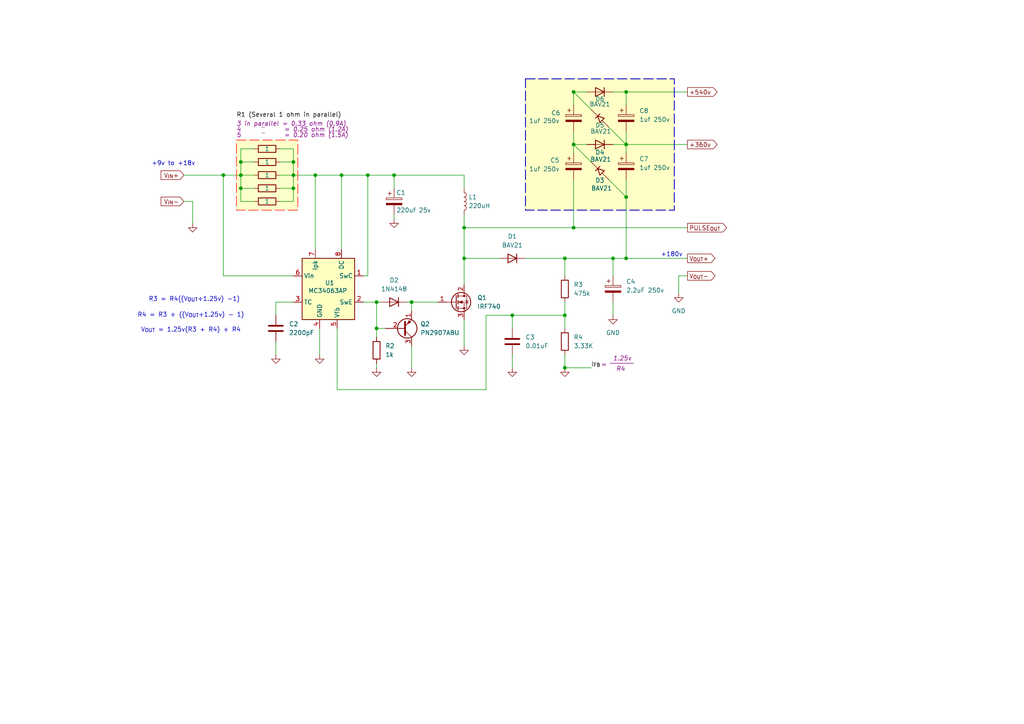
<source format=kicad_sch>
(kicad_sch (version 20231120) (generator "eeschema") (generator_version "8.0")
  (paper "A4")
  (lib_symbols
    (symbol "Device:C" (pin_numbers hide) (pin_names (offset 0.254))
      (property "Reference" "C" (at 0.635 2.54 0))
      (property "Value" "C" (at 0.635 -2.54 0))
      (symbol "C_0_1"
        (polyline (pts (xy -2.032 -0.762) (xy 2.032 -0.762)) (stroke (width 0.508)))
        (polyline (pts (xy -2.032 0.762) (xy 2.032 0.762)) (stroke (width 0.508)))
      )
      (symbol "C_1_1"
        (pin passive line (at 0 3.81 270) (length 2.794) (name "~") (number "1"))
        (pin passive line (at 0 -3.81 90) (length 2.794) (name "~") (number "2"))
      )
    )
    (symbol "Device:C_Polarized" (pin_numbers hide) (pin_names (offset 0.254))
      (property "Reference" "C" (at 0.635 2.54 0))
      (property "Value" "C_Polarized" (at 0.635 -2.54 0))
      (symbol "C_Polarized_0_1"
        (rectangle (start -2.286 0.508) (end 2.286 1.016))
        (polyline (pts (xy -1.778 2.286) (xy -0.762 2.286)))
        (polyline (pts (xy -1.27 2.794) (xy -1.27 1.778)))
        (rectangle (start 2.286 -0.508) (end -2.286 -1.016) (fill (type outline)))
      )
      (symbol "C_Polarized_1_1"
        (pin passive line (at 0 3.81 270) (length 2.794) (name "~") (number "1"))
        (pin passive line (at 0 -3.81 90) (length 2.794) (name "~") (number "2"))
      )
    )
    (symbol "Device:D" (pin_numbers hide) (pin_names (offset 1.016) hide)
      (property "Reference" "D" (at 0 2.54 0))
      (property "Value" "D" (at 0 -2.54 0))
      (symbol "D_0_1"
        (polyline (pts (xy -1.27 1.27) (xy -1.27 -1.27)) (stroke (width 0.254)))
        (polyline (pts (xy 1.27 0) (xy -1.27 0)))
        (polyline (pts (xy 1.27 1.27) (xy 1.27 -1.27) (xy -1.27 0) (xy 1.27 1.27)) (stroke (width 0.254)))
      )
      (symbol "D_1_1"
        (pin passive line (at -3.81 0 0) (length 2.54) (name "K") (number "1"))
        (pin passive line (at 3.81 0 180) (length 2.54) (name "A") (number "2"))
      )
    )
    (symbol "Device:D_45deg" (pin_numbers hide) (pin_names (offset 0) hide)
      (property "Reference" "D" (at 1.27 2.54 0))
      (property "Value" "D_45deg" (at 1.27 0 0))
      (symbol "D_45deg_0_1"
        (polyline (pts (xy -0.635 0.635) (xy -2.54 2.54)))
        (polyline (pts (xy 0 -1.27) (xy 1.27 0)) (stroke (width 0.254)))
        (polyline (pts (xy 2.54 -2.54) (xy 0.635 -0.635)))
        (polyline (pts (xy -1.27 0) (xy 0 1.27) (xy 0.635 -0.635) (xy -1.27 0)) (stroke (width 0.254)))
      )
      (symbol "D_45deg_1_1"
        (pin passive line (at 2.54 -2.54 180) (length 0) (name "K") (number "1"))
        (pin passive line (at -2.54 2.54 0) (length 0) (name "A") (number "2"))
      )
    )
    (symbol "Device:L" (pin_numbers hide) (pin_names (offset 1.016) hide)
      (property "Reference" "L" (at -1.27 0 90))
      (property "Value" "L" (at 1.905 0 90))
      (symbol "L_0_1"
        (arc (start 0 -2.54) (mid 0.6323 -1.905) (end 0 -1.27))
        (arc (start 0 -1.27) (mid 0.6323 -0.635) (end 0 0))
        (arc (start 0 0) (mid 0.6323 0.635) (end 0 1.27))
        (arc (start 0 1.27) (mid 0.6323 1.905) (end 0 2.54))
      )
      (symbol "L_1_1"
        (pin passive line (at 0 3.81 270) (length 1.27) (name "1") (number "1"))
        (pin passive line (at 0 -3.81 90) (length 1.27) (name "2") (number "2"))
      )
    )
    (symbol "Device:Q_PNP_EBC" (pin_names (offset 0) hide)
      (property "Reference" "Q" (at 5.08 1.27 0))
      (property "Value" "Q_PNP_EBC" (at 5.08 -1.27 0))
      (symbol "Q_PNP_EBC_0_1"
        (polyline (pts (xy 0.635 0.635) (xy 2.54 2.54)))
        (polyline (pts (xy 0.635 -0.635) (xy 2.54 -2.54) (xy 2.54 -2.54)))
        (polyline (pts (xy 0.635 1.905) (xy 0.635 -1.905) (xy 0.635 -1.905)) (stroke (width 0.508)))
        (polyline (pts (xy 2.286 -1.778) (xy 1.778 -2.286) (xy 1.27 -1.27) (xy 2.286 -1.778) (xy 2.286 -1.778)) (fill (type outline)))
        (circle (center 1.27 0) (radius 2.8194) (stroke (width 0.254)))
      )
      (symbol "Q_PNP_EBC_1_1"
        (pin passive line (at 2.54 -5.08 90) (length 2.54) (name "E") (number "1"))
        (pin input line (at -5.08 0 0) (length 5.715) (name "B") (number "2"))
        (pin passive line (at 2.54 5.08 270) (length 2.54) (name "C") (number "3"))
      )
    )
    (symbol "Device:R" (pin_numbers hide) (pin_names (offset 0))
      (property "Reference" "R" (at 2.032 0 90))
      (property "Value" "R" (at 0 0 90))
      (symbol "R_0_1"
        (rectangle (start -1.016 -2.54) (end 1.016 2.54) (stroke (width 0.254)))
      )
      (symbol "R_1_1"
        (pin passive line (at 0 3.81 270) (length 1.27) (name "~") (number "1"))
        (pin passive line (at 0 -3.81 90) (length 1.27) (name "~") (number "2"))
      )
    )
    (symbol "Diode:1N4148" (pin_numbers hide) (pin_names hide)
      (property "Reference" "D" (at 0 2.54 0))
      (property "Value" "1N4148" (at 0 -2.54 0))
      (symbol "1N4148_0_1"
        (polyline (pts (xy -1.27 1.27) (xy -1.27 -1.27)) (stroke (width 0.254)))
        (polyline (pts (xy 1.27 0) (xy -1.27 0)))
        (polyline (pts (xy 1.27 1.27) (xy 1.27 -1.27) (xy -1.27 0) (xy 1.27 1.27)) (stroke (width 0.254)))
      )
      (symbol "1N4148_1_1"
        (pin passive line (at -3.81 0 0) (length 2.54) (name "K") (number "1"))
        (pin passive line (at 3.81 0 180) (length 2.54) (name "A") (number "2"))
      )
    )
    (symbol "Diode:BAV21" (pin_numbers hide) (pin_names hide)
      (property "Reference" "D" (at 0 2.54 0))
      (property "Value" "BAV21" (at 0 -2.54 0))
      (symbol "BAV21_0_1"
        (polyline (pts (xy -1.27 1.27) (xy -1.27 -1.27)) (stroke (width 0.254)))
        (polyline (pts (xy 1.27 0) (xy -1.27 0)))
        (polyline (pts (xy 1.27 1.27) (xy 1.27 -1.27) (xy -1.27 0) (xy 1.27 1.27)) (stroke (width 0.254)))
      )
      (symbol "BAV21_1_1"
        (pin passive line (at -3.81 0 0) (length 2.54) (name "K") (number "1"))
        (pin passive line (at 3.81 0 180) (length 2.54) (name "A") (number "2"))
      )
    )
    (symbol "MC34063AP_1"
      (property "Reference" "U1" (at -1.016 0.508 0))
      (property "Value" "MC34063AP" (at -5.842 -1.778 0))
      (symbol "MC34063AP_1_0_1"
        (rectangle (start -7.62 7.62) (end 7.62 -10.16) (stroke (width 0.254)) (fill (type background)))
      )
      (symbol "MC34063AP_1_1_1"
        (pin open_collector line (at 10.16 2.54 180) (length 2.54) (name "SwC") (number "1"))
        (pin open_emitter line (at 10.16 -5.08 180) (length 2.54) (name "SwE") (number "2"))
        (pin passive line (at -10.16 -5.08 0) (length 2.54) (name "TC") (number "3"))
        (pin power_in line (at -2.54 -12.7 90) (length 2.54) (name "GND") (number "4"))
        (pin input line (at 2.54 -12.7 90) (length 2.54) (name "Vfb") (number "5"))
        (pin power_in line (at -10.16 2.54 0) (length 2.54) (name "Vin") (number "6"))
        (pin input line (at -3.81 10.16 270) (length 2.54) (name "Ipk") (number "7"))
        (pin open_collector line (at 3.81 10.16 270) (length 2.54) (name "DC") (number "8"))
      )
    )
    (symbol "Transistor_FET:IRF740" (pin_names hide)
      (property "Reference" "Q" (at 5.08 1.905 0))
      (property "Value" "IRF740" (at 5.08 0 0))
      (symbol "IRF740_0_1"
        (polyline (pts (xy 0.254 0) (xy -2.54 0)))
        (polyline (pts (xy 0.254 1.905) (xy 0.254 -1.905)) (stroke (width 0.254)))
        (polyline (pts (xy 0.762 -1.27) (xy 0.762 -2.286)) (stroke (width 0.254)))
        (polyline (pts (xy 0.762 0.508) (xy 0.762 -0.508)) (stroke (width 0.254)))
        (polyline (pts (xy 0.762 2.286) (xy 0.762 1.27)) (stroke (width 0.254)))
        (polyline (pts (xy 2.54 2.54) (xy 2.54 1.778)))
        (polyline (pts (xy 2.54 -2.54) (xy 2.54 0) (xy 0.762 0)))
        (polyline (pts (xy 0.762 -1.778) (xy 3.302 -1.778) (xy 3.302 1.778) (xy 0.762 1.778)))
        (polyline (pts (xy 1.016 0) (xy 2.032 0.381) (xy 2.032 -0.381) (xy 1.016 0)) (fill (type outline)))
        (polyline (pts (xy 2.794 0.508) (xy 2.921 0.381) (xy 3.683 0.381) (xy 3.81 0.254)))
        (polyline (pts (xy 3.302 0.381) (xy 2.921 -0.254) (xy 3.683 -0.254) (xy 3.302 0.381)))
        (circle (center 1.651 0) (radius 2.794) (stroke (width 0.254)))
        (circle (center 2.54 -1.778) (radius 0.254) (fill (type outline)))
        (circle (center 2.54 1.778) (radius 0.254) (fill (type outline)))
      )
      (symbol "IRF740_1_1"
        (pin input line (at -5.08 0 0) (length 2.54) (name "G") (number "1"))
        (pin passive line (at 2.54 5.08 270) (length 2.54) (name "D") (number "2"))
        (pin passive line (at 2.54 -5.08 90) (length 2.54) (name "S") (number "3"))
      )
    )
    (symbol "power:GND" (power) (pin_numbers hide) (pin_names (offset 0) hide)
      (property "Value" "GND" (at 0 -3.81 0))
      (symbol "GND_0_1"
        (polyline (pts (xy 0 0) (xy 0 -1.27) (xy 1.27 -1.27) (xy 0 -2.54) (xy -1.27 -1.27) (xy 0 -1.27)))
      )
      (symbol "GND_1_1"
        (pin power_in line (at 0 0 270) (length 0) (name "~") (number "1"))
      )
    )
  )
  (junction (at 99.06 50.8))
  (junction (at 166.37 41.91))
  (junction (at 114.3 50.8))
  (junction (at 85.09 46.99))
  (junction (at 181.61 74.93))
  (junction (at 134.62 66.04))
  (junction (at 163.83 106.68))
  (junction (at 134.62 74.93))
  (junction (at 91.44 50.8))
  (junction (at 119.38 87.63))
  (junction (at 85.09 50.8))
  (junction (at 69.85 50.8))
  (junction (at 106.68 50.8))
  (junction (at 166.37 66.04))
  (junction (at 69.85 46.99))
  (junction (at 181.61 26.67))
  (junction (at 163.83 91.44))
  (junction (at 69.85 54.61))
  (junction (at 166.37 26.67))
  (junction (at 163.83 74.93))
  (junction (at 148.59 91.44))
  (junction (at 181.61 57.15))
  (junction (at 109.22 95.25))
  (junction (at 177.8 74.93))
  (junction (at 64.77 50.8))
  (junction (at 85.09 54.61))
  (junction (at 109.22 87.63))
  (junction (at 181.61 41.91))
  (wire (pts (xy 97.79 113.03) (xy 140.97 113.03)))
  (wire (pts (xy 92.71 95.25) (xy 92.71 102.87)))
  (wire (pts (xy 181.61 26.67) (xy 181.61 30.48)))
  (wire (pts (xy 134.62 50.8) (xy 134.62 54.61)))
  (wire (pts (xy 196.85 80.01) (xy 199.39 80.01)))
  (wire (pts (xy 166.37 26.67) (xy 170.18 26.67)))
  (wire (pts (xy 181.61 41.91) (xy 181.61 38.1)))
  (wire (pts (xy 134.62 74.93) (xy 134.62 82.55)))
  (wire (pts (xy 134.62 92.71) (xy 134.62 100.33)))
  (wire (pts (xy 99.06 50.8) (xy 99.06 72.39)))
  (wire (pts (xy 177.8 74.93) (xy 163.83 74.93)))
  (wire (pts (xy 80.01 99.06) (xy 80.01 102.87)))
  (wire (pts (xy 119.38 87.63) (xy 127 87.63)))
  (wire (pts (xy 181.61 57.15) (xy 176.53 52.07)))
  (wire (pts (xy 91.44 50.8) (xy 91.44 72.39)))
  (wire (pts (xy 105.41 80.01) (xy 106.68 80.01)))
  (wire (pts (xy 99.06 50.8) (xy 106.68 50.8)))
  (wire (pts (xy 69.85 43.18) (xy 73.66 43.18)))
  (wire (pts (xy 119.38 100.33) (xy 119.38 106.68)))
  (wire (pts (xy 91.44 50.8) (xy 99.06 50.8)))
  (wire (pts (xy 140.97 113.03) (xy 140.97 91.44)))
  (wire (pts (xy 85.09 58.42) (xy 81.28 58.42)))
  (wire (pts (xy 148.59 91.44) (xy 148.59 95.25)))
  (wire (pts (xy 109.22 95.25) (xy 111.76 95.25)))
  (wire (pts (xy 134.62 66.04) (xy 166.37 66.04)))
  (wire (pts (xy 140.97 91.44) (xy 148.59 91.44)))
  (wire (pts (xy 80.01 87.63) (xy 85.09 87.63)))
  (wire (pts (xy 181.61 57.15) (xy 181.61 74.93)))
  (wire (pts (xy 85.09 54.61) (xy 85.09 58.42)))
  (wire (pts (xy 171.45 31.75) (xy 166.37 26.67)))
  (wire (pts (xy 166.37 38.1) (xy 166.37 41.91)))
  (wire (pts (xy 85.09 43.18) (xy 85.09 46.99)))
  (wire (pts (xy 85.09 46.99) (xy 85.09 50.8)))
  (wire (pts (xy 69.85 43.18) (xy 69.85 46.99)))
  (wire (pts (xy 118.11 87.63) (xy 119.38 87.63)))
  (wire (pts (xy 163.83 102.87) (xy 163.83 106.68)))
  (wire (pts (xy 69.85 58.42) (xy 73.66 58.42)))
  (wire (pts (xy 181.61 52.07) (xy 181.61 57.15)))
  (wire (pts (xy 81.28 54.61) (xy 85.09 54.61)))
  (wire (pts (xy 105.41 87.63) (xy 109.22 87.63)))
  (wire (pts (xy 166.37 41.91) (xy 166.37 44.45)))
  (wire (pts (xy 181.61 74.93) (xy 199.39 74.93)))
  (wire (pts (xy 69.85 54.61) (xy 69.85 58.42)))
  (wire (pts (xy 85.09 50.8) (xy 81.28 50.8)))
  (wire (pts (xy 81.28 43.18) (xy 85.09 43.18)))
  (wire (pts (xy 69.85 46.99) (xy 73.66 46.99)))
  (wire (pts (xy 163.83 91.44) (xy 163.83 95.25)))
  (wire (pts (xy 53.34 58.42) (xy 55.88 58.42)))
  (wire (pts (xy 171.45 46.99) (xy 166.37 41.91)))
  (wire (pts (xy 148.59 91.44) (xy 163.83 91.44)))
  (wire (pts (xy 109.22 105.41) (xy 109.22 106.68)))
  (wire (pts (xy 64.77 50.8) (xy 69.85 50.8)))
  (wire (pts (xy 81.28 46.99) (xy 85.09 46.99)))
  (wire (pts (xy 134.62 62.23) (xy 134.62 66.04)))
  (wire (pts (xy 85.09 50.8) (xy 85.09 54.61)))
  (wire (pts (xy 85.09 50.8) (xy 91.44 50.8)))
  (wire (pts (xy 64.77 50.8) (xy 64.77 80.01)))
  (wire (pts (xy 53.34 50.8) (xy 64.77 50.8)))
  (wire (pts (xy 134.62 66.04) (xy 134.62 74.93)))
  (wire (pts (xy 177.8 74.93) (xy 181.61 74.93)))
  (wire (pts (xy 181.61 26.67) (xy 199.39 26.67)))
  (wire (pts (xy 177.8 41.91) (xy 181.61 41.91)))
  (wire (pts (xy 181.61 41.91) (xy 181.61 44.45)))
  (wire (pts (xy 106.68 50.8) (xy 114.3 50.8)))
  (wire (pts (xy 119.38 87.63) (xy 119.38 90.17)))
  (wire (pts (xy 176.53 36.83) (xy 181.61 41.91)))
  (wire (pts (xy 166.37 26.67) (xy 166.37 30.48)))
  (wire (pts (xy 163.83 106.68) (xy 171.45 106.68)))
  (wire (pts (xy 97.79 95.25) (xy 97.79 113.03)))
  (wire (pts (xy 64.77 80.01) (xy 85.09 80.01)))
  (wire (pts (xy 148.59 102.87) (xy 148.59 106.68)))
  (wire (pts (xy 152.4 74.93) (xy 163.83 74.93)))
  (wire (pts (xy 69.85 50.8) (xy 73.66 50.8)))
  (wire (pts (xy 163.83 74.93) (xy 163.83 80.01)))
  (wire (pts (xy 110.49 87.63) (xy 109.22 87.63)))
  (wire (pts (xy 177.8 80.01) (xy 177.8 74.93)))
  (wire (pts (xy 80.01 91.44) (xy 80.01 87.63)))
  (wire (pts (xy 166.37 66.04) (xy 199.39 66.04)))
  (wire (pts (xy 69.85 54.61) (xy 73.66 54.61)))
  (wire (pts (xy 163.83 91.44) (xy 163.83 87.63)))
  (wire (pts (xy 55.88 58.42) (xy 55.88 64.77)))
  (wire (pts (xy 177.8 87.63) (xy 177.8 91.44)))
  (wire (pts (xy 106.68 80.01) (xy 106.68 50.8)))
  (wire (pts (xy 166.37 41.91) (xy 170.18 41.91)))
  (wire (pts (xy 114.3 50.8) (xy 134.62 50.8)))
  (wire (pts (xy 134.62 74.93) (xy 144.78 74.93)))
  (wire (pts (xy 196.85 85.09) (xy 196.85 80.01)))
  (wire (pts (xy 166.37 52.07) (xy 166.37 66.04)))
  (wire (pts (xy 181.61 41.91) (xy 199.39 41.91)))
  (wire (pts (xy 69.85 50.8) (xy 69.85 54.61)))
  (wire (pts (xy 114.3 62.23) (xy 114.3 63.5)))
  (wire (pts (xy 69.85 50.8) (xy 69.85 46.99)))
  (wire (pts (xy 109.22 95.25) (xy 109.22 97.79)))
  (wire (pts (xy 114.3 50.8) (xy 114.3 54.61)))
  (wire (pts (xy 177.8 26.67) (xy 181.61 26.67)))
  (wire (pts (xy 109.22 87.63) (xy 109.22 95.25)))
  (rectangle (start 152.4 22.86) (end 195.58 60.96) (stroke (width 0.254) (type dash)) (fill (type color) (color 255 253 150 0.54)))
  (rectangle (start 68.58 40.64) (end 86.36 60.96) (stroke (width 0.254) (type dash) (color 255 83 62 1)) (fill (type color) (color 251 255 144 0.47)))
  (text "V_{OUT} = 1.25v(R3 + R4) ÷ R4" (at 55.372 95.758 0) (effects (font (size 1.27 1.27))))
  (text "R4 = R3 ÷ ((V_{OUT}÷1.25v) - 1)" (at 55.372 91.44 0) (effects (font (size 1.27 1.27))))
  (text "+9v to +18v" (at 50.292 47.498 0) (effects (font (size 1.27 1.27))))
  (text "+180v\n" (at 194.818 73.914 0) (effects (font (size 1.27 1.27))))
  (text " R3 = R4((V_{OUT}÷1.25v) -1)" (at 55.88 86.868 0) (effects (font (size 1.27 1.27))))
  (label "I_{FB}" (at 171.45 106.68 0) (property "Formula" "1.25v" (at 177.8 103.886 0) (effects (font (italic yes)) (justify left))) (property "Field" "=" (at 176.022 105.664 0) (effects (font (italic yes)) (justify right))) (property "Field" "R4" (at 181.356 106.934 0) (effects (font (italic yes)) (justify right))) (property "Field" "_______" (at 180.34 104.648 0) (effects (font (italic yes)))))
  (label "R1 (Several 1 ohm in parallel)" (at 68.58 34.29 0) (property "Field" "3 in parallel = 0.33 ohm (0.9A)" (at 68.58 35.814 0) (effects (font (italic yes)) (justify left))) (property "Field" "4      \"      = 0.25 ohm (1.2A)" (at 68.58 37.465 0) (effects (font (italic yes)) (justify left))) (property "Field" "5      \"      = 0.20 ohm (1.5A)" (at 68.58 39.116 0) (effects (font (italic yes)) (justify left))))
  (global_label "V_{OUT}-" (shape output) (at 199.39 80.01 0) (property "Intersheetrefs" "${INTERSHEET_REFS}" (effects (hide yes))))
  (global_label "PULSE_{OUT}" (shape output) (at 199.39 66.04 0) (property "Intersheetrefs" "${INTERSHEET_REFS}" (effects (hide yes))))
  (global_label "V_{IN}-" (shape input) (at 53.34 58.42 180) (property "Intersheetrefs" "${INTERSHEET_REFS}" (effects (hide yes))))
  (global_label "V_{OUT}+" (shape output) (at 199.39 74.93 0) (property "Intersheetrefs" "${INTERSHEET_REFS}" (effects (hide yes))))
  (global_label "V_{IN}+" (shape input) (at 53.34 50.8 180) (property "Intersheetrefs" "${INTERSHEET_REFS}" (effects (hide yes))))
  (global_label "+360v" (shape output) (at 199.39 41.91 0) (property "Intersheetrefs" "${INTERSHEET_REFS}" (effects (hide yes))))
  (global_label "+540v" (shape output) (at 199.39 26.67 0) (property "Intersheetrefs" "${INTERSHEET_REFS}" (effects (hide yes))))
  (symbol (lib_id "Diode:BAV21") (at 148.59 74.93 180) (unit 1)
    (property "Reference" "D1" (at 148.59 68.58 0))
    (property "Value" "BAV21" (at 148.59 71.12 0))
    (property "Footprint" "Diode_THT:D_DO-35_SOD27_P7.62mm_Horizontal" (effects (hide yes)))
    (property "Datasheet" "http://www.vishay.com/docs/85543/bav17.pdf" (effects (hide yes)))
    (property "Description" "200V 0.25A Small Signal Switching Diode, High Voltage, DO-35" (effects (hide yes)))
    (property "Sim.Device" "D" (effects (hide yes)))
    (property "Sim.Pins" "1=K 2=A" (effects (hide yes)))
  )
  (symbol (lib_id "Device:C_Polarized") (at 177.8 83.82 0) (unit 1)
    (property "Reference" "C4" (at 181.61 81.6609 0) (effects (justify left)))
    (property "Value" "2.2uF 250v" (at 181.61 84.2009 0) (effects (justify left)))
    (property "Footprint" "Capacitor_THT:CP_Radial_D10.0mm_P7.50mm" (effects (hide yes)))
    (property "Description" "Polarized capacitor" (effects (hide yes)))
  )
  (symbol (lib_id "Diode:1N4148") (at 114.3 87.63 180) (unit 1)
    (property "Reference" "D2" (at 114.3 81.28 0))
    (property "Value" "1N4148" (at 114.3 83.82 0))
    (property "Footprint" "Diode_THT:D_DO-35_SOD27_P7.62mm_Horizontal" (effects (hide yes)))
    (property "Datasheet" "https://assets.nexperia.com/documents/data-sheet/1N4148_1N4448.pdf" (effects (hide yes)))
    (property "Description" "100V 0.15A standard switching diode, DO-35" (effects (hide yes)))
    (property "Sim.Device" "D" (effects (hide yes)))
    (property "Sim.Pins" "1=K 2=A" (effects (hide yes)))
  )
  (symbol (lib_id "Device:Q_PNP_EBC") (at 116.84 95.25 0) (mirror x) (unit 1)
    (property "Reference" "Q2" (at 121.92 93.9799 0) (effects (justify left)))
    (property "Value" "PN2907ABU" (at 121.92 96.5199 0) (effects (justify left)))
    (property "Footprint" "Package_TO_SOT_THT:TO-92_Wide" (effects (hide yes)))
    (property "Description" "PNP transistor, emitter/base/collector" (effects (hide yes)))
  )
  (symbol (lib_id "Transistor_FET:IRF740") (at 132.08 87.63 0) (unit 1)
    (property "Reference" "Q1" (at 138.43 86.3599 0) (effects (justify left)))
    (property "Value" "IRF740" (at 138.43 88.8999 0) (effects (justify left)))
    (property "Footprint" "Package_TO_SOT_THT:TO-220-3_Vertical" (effects (hide yes)))
    (property "Datasheet" "http://www.vishay.com/docs/91054/91054.pdf" (effects (hide yes)))
    (property "Description" "10A Id, 400V Vds, N-Channel Power MOSFET, 500mOhm Rds, TO-220AB" (effects (hide yes)))
  )
  (symbol (lib_id "Device:R") (at 77.47 43.18 90) (unit 1)
    (property "Reference" "R1a1" (effects (hide yes)))
    (property "Value" "1" (at 77.47 43.18 90))
    (property "Footprint" "Resistor_THT:R_Axial_DIN0207_L6.3mm_D2.5mm_P7.62mm_Horizontal" (effects (hide yes)))
    (property "Description" "Resistor" (effects (hide yes)))
  )
  (symbol (lib_id "Device:C_Polarized") (at 166.37 48.26 0) (unit 1)
    (property "Reference" "C5" (at 162.306 46.482 0) (effects (justify right)))
    (property "Value" "1uf 250v" (at 162.306 49.022 0) (effects (justify right)))
    (property "Footprint" "Capacitor_THT:CP_Radial_D6.3mm_P2.50mm" (effects (hide yes)))
    (property "Description" "Polarized capacitor" (effects (hide yes)))
  )
  (symbol (lib_id "power:GND") (at 92.71 102.87 0) (unit 1)
    (property "Reference" "#PWR02" (effects (hide yes)))
    (property "Value" "GND" (effects (hide yes)))
    (property "Description" "Power symbol creates a global label with name \"GND\" , ground" (effects (hide yes)))
  )
  (symbol (lib_id "Device:C_Polarized") (at 181.61 48.26 0) (unit 1)
    (property "Reference" "C7" (at 185.42 46.1009 0) (effects (justify left)))
    (property "Value" "1uf 250v" (at 185.42 48.6409 0) (effects (justify left)))
    (property "Footprint" "Capacitor_THT:CP_Radial_D6.3mm_P2.50mm" (effects (hide yes)))
    (property "Description" "Polarized capacitor" (effects (hide yes)))
  )
  (symbol (lib_id "Device:C_Polarized") (at 181.61 34.29 0) (unit 1)
    (property "Reference" "C8" (at 185.42 32.1309 0) (effects (justify left)))
    (property "Value" "1uf 250v" (at 185.42 34.6709 0) (effects (justify left)))
    (property "Footprint" "Capacitor_THT:CP_Radial_D6.3mm_P2.50mm" (effects (hide yes)))
    (property "Description" "Polarized capacitor" (effects (hide yes)))
  )
  (symbol (lib_id "power:GND") (at 80.01 102.87 0) (unit 1)
    (property "Reference" "#PWR06" (effects (hide yes)))
    (property "Value" "GND" (effects (hide yes)))
    (property "Description" "Power symbol creates a global label with name \"GND\" , ground" (effects (hide yes)))
  )
  (symbol (lib_id "power:GND") (at 119.38 106.68 0) (unit 1)
    (property "Reference" "#PWR08" (effects (hide yes)))
    (property "Value" "GND" (effects (hide yes)))
    (property "Description" "Power symbol creates a global label with name \"GND\" , ground" (effects (hide yes)))
  )
  (symbol (lib_id "Device:C_Polarized") (at 166.37 34.29 0) (unit 1)
    (property "Reference" "C6" (at 162.56 32.766 0) (effects (justify right)))
    (property "Value" "1uf 250v" (at 162.306 35.052 0) (effects (justify right)))
    (property "Footprint" "Capacitor_THT:CP_Radial_D6.3mm_P2.50mm" (effects (hide yes)))
    (property "Description" "Polarized capacitor" (effects (hide yes)))
  )
  (symbol (lib_id "Device:R") (at 77.47 46.99 90) (unit 1)
    (property "Reference" "R1b1" (effects (hide yes)))
    (property "Value" "1" (at 77.47 46.99 90))
    (property "Footprint" "Resistor_THT:R_Axial_DIN0207_L6.3mm_D2.5mm_P7.62mm_Horizontal" (effects (hide yes)))
    (property "Description" "Resistor" (effects (hide yes)))
  )
  (symbol (lib_id "power:GND") (at 134.62 100.33 0) (unit 1)
    (property "Reference" "#PWR09" (effects (hide yes)))
    (property "Value" "GND" (effects (hide yes)))
    (property "Description" "Power symbol creates a global label with name \"GND\" , ground" (effects (hide yes)))
  )
  (symbol (lib_id "Device:C") (at 148.59 99.06 0) (unit 1)
    (property "Reference" "C3" (at 152.4 97.7899 0) (effects (justify left)))
    (property "Value" "0.01uF" (at 152.4 100.3299 0) (effects (justify left)))
    (property "Footprint" "Capacitor_THT:C_Disc_D3.4mm_W2.1mm_P2.50mm" (effects (hide yes)))
    (property "Description" "Unpolarized capacitor" (effects (hide yes)))
  )
  (symbol (lib_id "Device:R") (at 77.47 54.61 90) (unit 1)
    (property "Reference" "R1d1" (effects (hide yes)))
    (property "Value" "1" (at 77.47 54.61 90))
    (property "Footprint" "Resistor_THT:R_Axial_DIN0207_L6.3mm_D2.5mm_P7.62mm_Horizontal" (effects (hide yes)))
    (property "Description" "Resistor" (effects (hide yes)))
  )
  (symbol (lib_id "Device:R") (at 163.83 83.82 0) (unit 1)
    (property "Reference" "R3" (at 166.37 82.5499 0) (effects (justify left)))
    (property "Value" "475k" (at 166.37 85.0899 0) (effects (justify left)))
    (property "Footprint" "Resistor_THT:R_Axial_DIN0207_L6.3mm_D2.5mm_P7.62mm_Horizontal" (effects (hide yes)))
    (property "Description" "Resistor" (effects (hide yes)))
  )
  (symbol (lib_id "Device:C") (at 80.01 95.25 0) (unit 1)
    (property "Reference" "C2" (at 83.82 93.9799 0) (effects (justify left)))
    (property "Value" "2200pF" (at 83.82 96.5199 0) (effects (justify left)))
    (property "Footprint" "Capacitor_THT:C_Disc_D3.4mm_W2.1mm_P2.50mm" (effects (hide yes)))
    (property "Description" "Unpolarized capacitor" (effects (hide yes)))
  )
  (symbol (lib_id "Diode:BAV21") (at 173.99 26.67 180) (unit 1)
    (property "Reference" "D6" (at 173.99 28.702 0))
    (property "Value" "BAV21" (at 173.99 30.226 0))
    (property "Footprint" "Diode_THT:D_DO-35_SOD27_P7.62mm_Horizontal" (effects (hide yes)))
    (property "Datasheet" "http://www.vishay.com/docs/85543/bav17.pdf" (effects (hide yes)))
    (property "Description" "200V 0.25A Small Signal Switching Diode, High Voltage, DO-35" (effects (hide yes)))
    (property "Sim.Device" "D" (effects (hide yes)))
    (property "Sim.Pins" "1=K 2=A" (effects (hide yes)))
  )
  (symbol (lib_id "Device:R") (at 77.47 58.42 90) (unit 1)
    (property "Reference" "R1e1" (effects (hide yes)))
    (property "Value" "1" (at 77.47 58.42 90))
    (property "Footprint" "Resistor_THT:R_Axial_DIN0207_L6.3mm_D2.5mm_P7.62mm_Horizontal" (effects (hide yes)))
    (property "Description" "Resistor" (effects (hide yes)))
  )
  (symbol (lib_id "Device:L") (at 134.62 58.42 0) (unit 1)
    (property "Reference" "L1" (at 135.89 57.1499 0) (effects (justify left)))
    (property "Value" "220uH" (at 135.89 59.6899 0) (effects (justify left)))
    (property "Footprint" "Connector_Wire:SolderWire-0.75sqmm_1x02_P4.8mm_D1.25mm_OD2.3mm" (effects (hide yes)))
    (property "Description" "Inductor" (effects (hide yes)))
  )
  (symbol (lib_id "power:GND") (at 114.3 63.5 0) (unit 1)
    (property "Reference" "#PWR05" (effects (hide yes)))
    (property "Value" "GND" (effects (hide yes)))
    (property "Description" "Power symbol creates a global label with name \"GND\" , ground" (effects (hide yes)))
  )
  (symbol (lib_name "MC34063AP_1") (lib_id "Regulator_Switching:MC34063AP") (at 95.25 82.55 0) (unit 1)
    (property "Reference" "U1" (at 94.234 82.042 0) (effects (justify left)))
    (property "Value" "MC34063AP" (at 89.408 84.328 0) (effects (justify left)))
    (property "Footprint" "Package_DIP:DIP-8_W7.62mm" (effects (hide yes)))
    (property "Datasheet" "http://www.onsemi.com/pub_link/Collateral/MC34063A-D.PDF" (effects (hide yes)))
    (property "Description" "1.5A, step-up/down/inverting switching regulator, 3-40V Vin, 100kHz, DIP-8" (effects (hide yes)))
  )
  (symbol (lib_id "power:GND") (at 163.83 106.68 0) (unit 1)
    (property "Reference" "#PWR011" (effects (hide yes)))
    (property "Value" "GND" (effects (hide yes)))
    (property "Description" "Power symbol creates a global label with name \"GND\" , ground" (effects (hide yes)))
  )
  (symbol (lib_id "Device:D") (at 173.99 41.91 180) (unit 1)
    (property "Reference" "D4" (at 173.99 44.196 0))
    (property "Value" "BAV21" (at 174.244 46.228 0))
    (property "Footprint" "Diode_THT:D_DO-35_SOD27_P7.62mm_Horizontal" (effects (hide yes)))
    (property "Description" "Diode" (effects (hide yes)))
    (property "Sim.Device" "D" (effects (hide yes)))
    (property "Sim.Pins" "1=K 2=A" (effects (hide yes)))
  )
  (symbol (lib_id "power:GND") (at 55.88 64.77 0) (unit 1)
    (property "Reference" "#PWR04" (effects (hide yes)))
    (property "Value" "GND" (effects (hide yes)))
    (property "Description" "Power symbol creates a global label with name \"GND\" , ground" (effects (hide yes)))
  )
  (symbol (lib_id "power:GND") (at 177.8 91.44 0) (unit 1)
    (property "Reference" "#PWR012" (effects (hide yes)))
    (property "Value" "GND" (at 177.8 96.52 0))
    (property "Description" "Power symbol creates a global label with name \"GND\" , ground" (effects (hide yes)))
  )
  (symbol (lib_id "Device:R") (at 77.47 50.8 90) (unit 1)
    (property "Reference" "R1c1" (effects (hide yes)))
    (property "Value" "1" (at 77.47 50.8 90))
    (property "Footprint" "Resistor_THT:R_Axial_DIN0207_L6.3mm_D2.5mm_P7.62mm_Horizontal" (effects (hide yes)))
    (property "Description" "Resistor" (effects (hide yes)))
  )
  (symbol (lib_id "Device:D_45deg") (at 173.99 34.29 180) (unit 1)
    (property "Reference" "D5" (at 173.99 36.322 0))
    (property "Value" "BAV21" (at 174.244 38.1 0))
    (property "Footprint" "Diode_THT:D_DO-35_SOD27_P7.62mm_Horizontal" (effects (hide yes)))
    (property "Description" "Diode, rotated by 45°" (effects (hide yes)))
    (property "Sim.Device" "D" (effects (hide yes)))
    (property "Sim.Pins" "1=K 2=A" (effects (hide yes)))
  )
  (symbol (lib_id "power:GND") (at 109.22 106.68 0) (unit 1)
    (property "Reference" "#PWR07" (effects (hide yes)))
    (property "Value" "GND" (effects (hide yes)))
    (property "Description" "Power symbol creates a global label with name \"GND\" , ground" (effects (hide yes)))
  )
  (symbol (lib_id "Device:R") (at 163.83 99.06 0) (unit 1)
    (property "Reference" "R4" (at 166.37 97.7899 0) (effects (justify left)))
    (property "Value" "3.33K" (at 166.37 100.3299 0) (effects (justify left)))
    (property "Footprint" "Resistor_THT:R_Axial_DIN0207_L6.3mm_D2.5mm_P7.62mm_Horizontal" (effects (hide yes)))
    (property "Description" "Resistor" (effects (hide yes)))
  )
  (symbol (lib_id "Device:R") (at 109.22 101.6 0) (unit 1)
    (property "Reference" "R2" (at 111.76 100.3299 0) (effects (justify left)))
    (property "Value" "1k" (at 111.76 102.8699 0) (effects (justify left)))
    (property "Footprint" "Resistor_THT:R_Axial_DIN0207_L6.3mm_D2.5mm_P7.62mm_Horizontal" (effects (hide yes)))
    (property "Description" "Resistor" (effects (hide yes)))
  )
  (symbol (lib_id "Device:C_Polarized") (at 114.3 58.42 0) (unit 1)
    (property "Reference" "C1" (at 114.935 55.88 0) (effects (justify left)))
    (property "Value" "220uf 25v" (at 114.935 60.96 0) (effects (justify left)))
    (property "Footprint" "Capacitor_THT:CP_Radial_D8.0mm_P3.50mm" (effects (hide yes)))
    (property "Description" "Polarized capacitor" (effects (hide yes)))
  )
  (symbol (lib_id "power:GND") (at 148.59 106.68 0) (unit 1)
    (property "Reference" "#PWR010" (effects (hide yes)))
    (property "Value" "GND" (effects (hide yes)))
    (property "Description" "Power symbol creates a global label with name \"GND\" , ground" (effects (hide yes)))
  )
  (symbol (lib_id "power:GND") (at 196.85 85.09 0) (unit 1)
    (property "Reference" "#PWR013" (effects (hide yes)))
    (property "Value" "GND" (at 196.85 90.17 0))
    (property "Description" "Power symbol creates a global label with name \"GND\" , ground" (effects (hide yes)))
  )
  (symbol (lib_id "Device:D_45deg") (at 173.99 49.53 180) (unit 1)
    (property "Reference" "D3" (at 173.99 52.324 0))
    (property "Value" "BAV21" (at 174.498 54.61 0))
    (property "Footprint" "Diode_THT:D_DO-35_SOD27_P7.62mm_Horizontal" (effects (hide yes)))
    (property "Description" "Diode, rotated by 45°" (effects (hide yes)))
    (property "Sim.Device" "D" (effects (hide yes)))
    (property "Sim.Pins" "1=K 2=A" (effects (hide yes)))
  )
)
</source>
